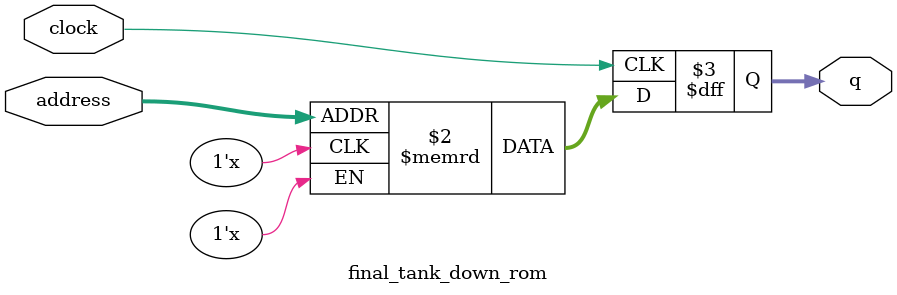
<source format=sv>
module final_tank_down_rom (
	input logic clock,
	input logic [9:0] address,
	output logic [3:0] q
);

logic [3:0] memory [0:1023] /* synthesis ram_init_file = "./final_tank_down/final_tank_down.mif" */;

always_ff @ (posedge clock) begin
	q <= memory[address];
end

endmodule

</source>
